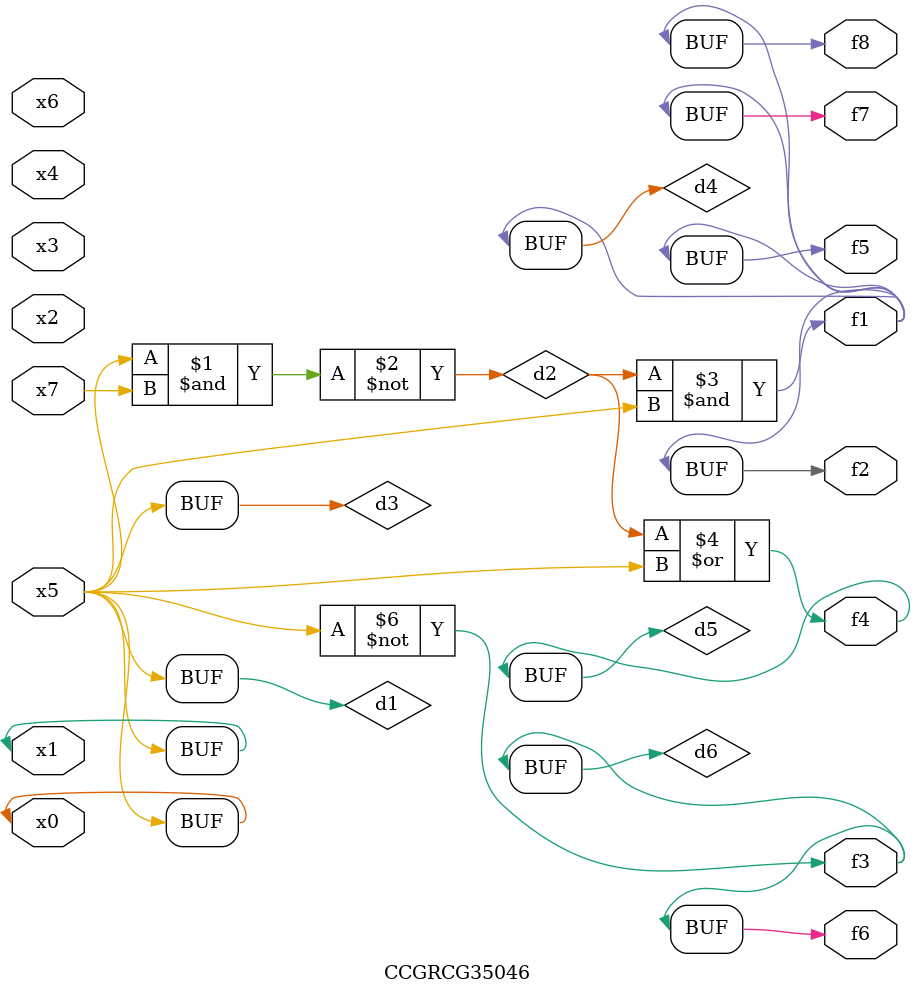
<source format=v>
module CCGRCG35046(
	input x0, x1, x2, x3, x4, x5, x6, x7,
	output f1, f2, f3, f4, f5, f6, f7, f8
);

	wire d1, d2, d3, d4, d5, d6;

	buf (d1, x0, x5);
	nand (d2, x5, x7);
	buf (d3, x0, x1);
	and (d4, d2, d3);
	or (d5, d2, d3);
	nor (d6, d1, d3);
	assign f1 = d4;
	assign f2 = d4;
	assign f3 = d6;
	assign f4 = d5;
	assign f5 = d4;
	assign f6 = d6;
	assign f7 = d4;
	assign f8 = d4;
endmodule

</source>
